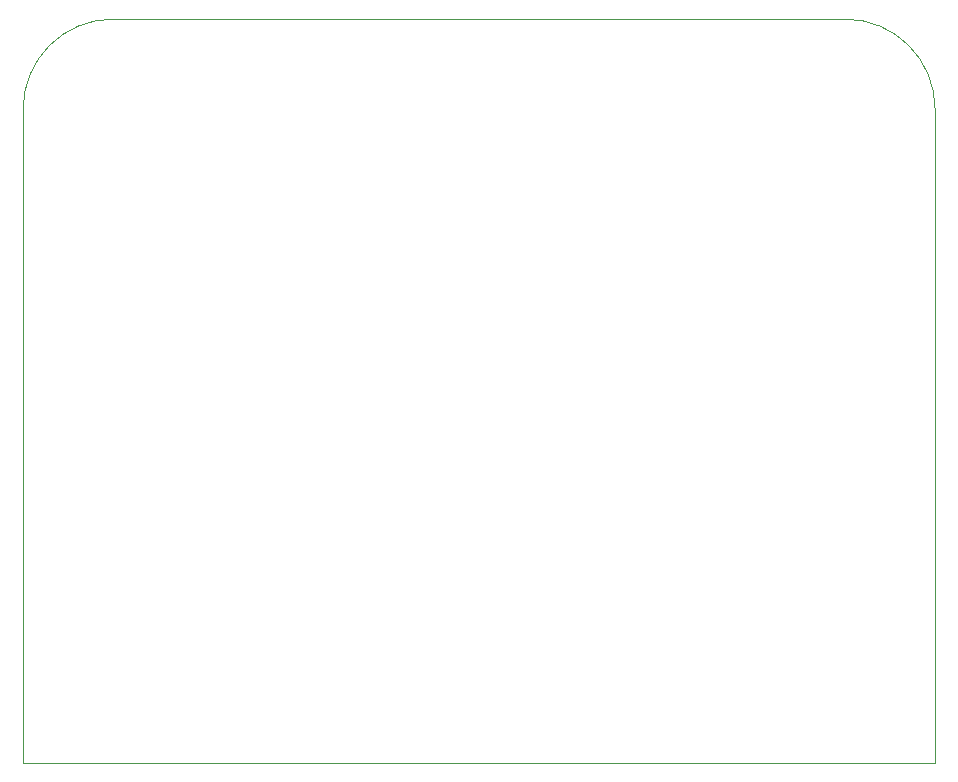
<source format=gbr>
%TF.GenerationSoftware,KiCad,Pcbnew,(5.1.9)-1*%
%TF.CreationDate,2021-04-28T20:19:28+10:00*%
%TF.ProjectId,Gotek-PS2,476f7465-6b2d-4505-9332-2e6b69636164,rev?*%
%TF.SameCoordinates,Original*%
%TF.FileFunction,Profile,NP*%
%FSLAX46Y46*%
G04 Gerber Fmt 4.6, Leading zero omitted, Abs format (unit mm)*
G04 Created by KiCad (PCBNEW (5.1.9)-1) date 2021-04-28 20:19:28*
%MOMM*%
%LPD*%
G01*
G04 APERTURE LIST*
%TA.AperFunction,Profile*%
%ADD10C,0.050000*%
%TD*%
G04 APERTURE END LIST*
D10*
X145288000Y-50038000D02*
G75*
G02*
X152908000Y-57658000I0J-7620000D01*
G01*
X75692000Y-57658000D02*
G75*
G02*
X83312000Y-50038000I7620000J0D01*
G01*
X75692000Y-57658000D02*
X75692000Y-113030000D01*
X145288000Y-50038000D02*
X83312000Y-50038000D01*
X152908000Y-113030000D02*
X152908000Y-57658000D01*
X75692000Y-113030000D02*
X152908000Y-113030000D01*
M02*

</source>
